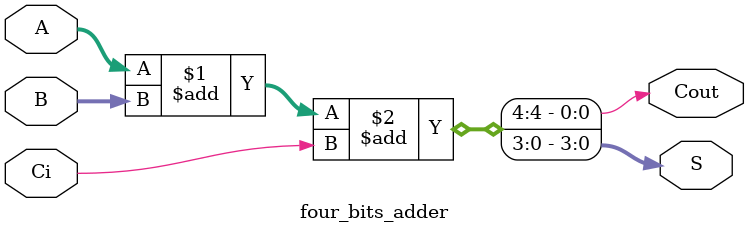
<source format=v>
`timescale 1ns / 1ps
module four_bits_adder( 
input [3:0]A,
input [3:0]B,
input Ci,
output [3:0]S,
output Cout
    );
assign {Cout,S}=A+B+Ci;

endmodule

</source>
